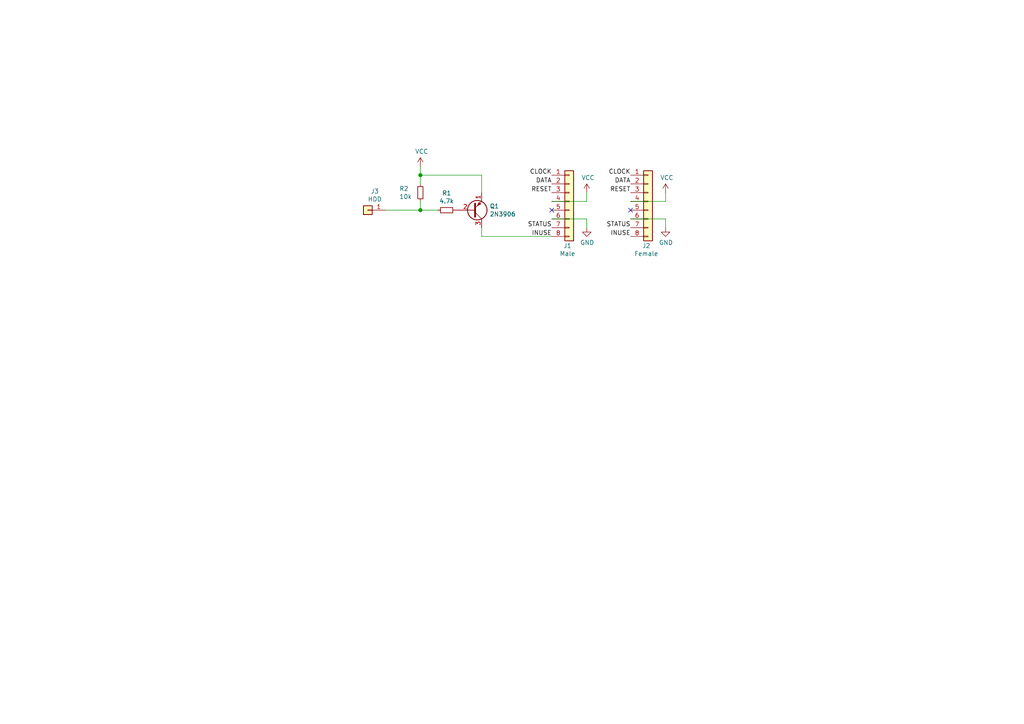
<source format=kicad_sch>
(kicad_sch (version 20201015) (generator eeschema)
  (paper "A4")
  (lib_symbols
    (symbol "Connector_Generic:Conn_01x01" (pin_names (offset 1.016) hide)
      (property "Reference" "J" (at 0 2.54 0))
      (property "Value" "Conn_01x01" (at 0 -2.54 0))
      (symbol "Conn_01x01_1_1"
        (rectangle (start -1.27 0.127) (end 0 -0.127) (stroke (width 0.1524)))
        (rectangle (start -1.27 1.27) (end 1.27 -1.27) (stroke (width 0.254)) (fill (type background)))
        (pin passive line (at -5.08 0 0) (length 3.81) (name "Pin_1") (number "1"))
      )
    )
    (symbol "Connector_Generic:Conn_01x08" (pin_names (offset 1.016) hide)
      (property "Reference" "J" (at 0 10.16 0))
      (property "Value" "Conn_01x08" (at 0 -12.7 0))
      (symbol "Conn_01x08_1_1"
        (rectangle (start -1.27 -4.953) (end 0 -5.207) (stroke (width 0.1524)))
        (rectangle (start -1.27 -7.493) (end 0 -7.747) (stroke (width 0.1524)))
        (rectangle (start -1.27 -10.033) (end 0 -10.287) (stroke (width 0.1524)))
        (rectangle (start -1.27 -2.413) (end 0 -2.667) (stroke (width 0.1524)))
        (rectangle (start -1.27 2.667) (end 0 2.413) (stroke (width 0.1524)))
        (rectangle (start -1.27 5.207) (end 0 4.953) (stroke (width 0.1524)))
        (rectangle (start -1.27 7.747) (end 0 7.493) (stroke (width 0.1524)))
        (rectangle (start -1.27 8.89) (end 1.27 -11.43) (stroke (width 0.254)) (fill (type background)))
        (rectangle (start -1.27 0.127) (end 0 -0.127) (stroke (width 0.1524)))
        (pin passive line (at -5.08 7.62 0) (length 3.81) (name "Pin_1") (number "1"))
        (pin passive line (at -5.08 5.08 0) (length 3.81) (name "Pin_2") (number "2"))
        (pin passive line (at -5.08 2.54 0) (length 3.81) (name "Pin_3") (number "3"))
        (pin passive line (at -5.08 0 0) (length 3.81) (name "Pin_4") (number "4"))
        (pin passive line (at -5.08 -2.54 0) (length 3.81) (name "Pin_5") (number "5"))
        (pin passive line (at -5.08 -5.08 0) (length 3.81) (name "Pin_6") (number "6"))
        (pin passive line (at -5.08 -7.62 0) (length 3.81) (name "Pin_7") (number "7"))
        (pin passive line (at -5.08 -10.16 0) (length 3.81) (name "Pin_8") (number "8"))
      )
    )
    (symbol "Device:R_Small" (pin_numbers hide) (pin_names (offset 0.254) hide)
      (property "Reference" "R" (at 0.762 0.508 0))
      (property "Value" "R_Small" (at 0.762 -1.016 0))
      (symbol "R_Small_0_1"
        (rectangle (start -0.762 1.778) (end 0.762 -1.778) (stroke (width 0.2032)))
      )
      (symbol "R_Small_1_1"
        (pin passive line (at 0 2.54 270) (length 0.762) (name "~") (number "1"))
        (pin passive line (at 0 -2.54 90) (length 0.762) (name "~") (number "2"))
      )
    )
    (symbol "Transistor_BJT:2N3906" (pin_names (offset 0) hide)
      (property "Reference" "Q" (at 5.08 1.905 0))
      (property "Value" "2N3906" (at 5.08 0 0))
      (symbol "2N3906_0_1"
        (circle (center 1.27 0) (radius 2.8194) (stroke (width 0.254)))
        (polyline (pts (xy 0.635 0.635) (xy 2.54 2.54)))
        (polyline (pts (xy 0.635 -0.635) (xy 2.54 -2.54) (xy 2.54 -2.54)))
        (polyline (pts (xy 0.635 1.905) (xy 0.635 -1.905) (xy 0.635 -1.905)) (stroke (width 0.508)))
        (polyline (pts (xy 2.286 -1.778) (xy 1.778 -2.286) (xy 1.27 -1.27) (xy 2.286 -1.778) (xy 2.286 -1.778)) (fill (type outline)))
      )
      (symbol "2N3906_1_1"
        (pin passive line (at 2.54 -5.08 90) (length 2.54) (name "E") (number "1"))
        (pin input line (at -5.08 0 0) (length 5.715) (name "B") (number "2"))
        (pin passive line (at 2.54 5.08 270) (length 2.54) (name "C") (number "3"))
      )
    )
    (symbol "power:GND" (power) (pin_names (offset 0))
      (property "Value" "GND" (at 0 -3.81 0))
      (symbol "GND_0_1"
        (polyline (pts (xy 0 0) (xy 0 -1.27) (xy 1.27 -1.27) (xy 0 -2.54) (xy -1.27 -1.27) (xy 0 -1.27)))
      )
      (symbol "GND_1_1"
        (pin power_in line (at 0 0 270) (length 0) hide (name "GND") (number "1"))
      )
    )
    (symbol "power:VCC" (power) (pin_names (offset 0))
      (property "Value" "VCC" (at 0 3.81 0))
      (symbol "VCC_0_1"
        (polyline (pts (xy -0.762 1.27) (xy 0 2.54)))
        (polyline (pts (xy 0 0) (xy 0 2.54)))
        (polyline (pts (xy 0 2.54) (xy 0.762 1.27)))
      )
      (symbol "VCC_1_1"
        (pin power_in line (at 0 0 90) (length 0) hide (name "VCC") (number "1"))
      )
    )
  )
  (junction (at 121.92 50.8) (diameter 1.016))
  (junction (at 121.92 60.96) (diameter 1.016))
  (no_connect (at 182.88 60.96))
  (no_connect (at 160.02 60.96))
  (wire (pts (xy 111.76 60.96) (xy 121.92 60.96)))
  (wire (pts (xy 121.92 48.26) (xy 121.92 50.8)))
  (wire (pts (xy 121.92 50.8) (xy 121.92 53.34)))
  (wire (pts (xy 121.92 50.8) (xy 139.7 50.8)))
  (wire (pts (xy 121.92 60.96) (xy 121.92 58.42)))
  (wire (pts (xy 121.92 60.96) (xy 127 60.96)))
  (wire (pts (xy 139.7 50.8) (xy 139.7 55.88)))
  (wire (pts (xy 139.7 66.04) (xy 139.7 68.58)))
  (wire (pts (xy 139.7 68.58) (xy 160.02 68.58)))
  (wire (pts (xy 160.02 58.42) (xy 170.18 58.42)))
  (wire (pts (xy 160.02 63.5) (xy 170.18 63.5)))
  (wire (pts (xy 170.18 58.42) (xy 170.18 55.88)))
  (wire (pts (xy 170.18 63.5) (xy 170.18 66.04)))
  (wire (pts (xy 182.88 58.42) (xy 193.04 58.42)))
  (wire (pts (xy 182.88 63.5) (xy 193.04 63.5)))
  (wire (pts (xy 193.04 58.42) (xy 193.04 55.88)))
  (wire (pts (xy 193.04 63.5) (xy 193.04 66.04)))
  (label "CLOCK" (at 160.02 50.8 180))
  (label "DATA" (at 160.02 53.34 180))
  (label "RESET" (at 160.02 55.88 180))
  (label "STATUS" (at 160.02 66.04 180))
  (label "INUSE" (at 160.02 68.58 180))
  (label "CLOCK" (at 182.88 50.8 180))
  (label "DATA" (at 182.88 53.34 180))
  (label "RESET" (at 182.88 55.88 180))
  (label "STATUS" (at 182.88 66.04 180))
  (label "INUSE" (at 182.88 68.58 180))
  (symbol (lib_id "power:VCC") (at 121.92 48.26 0) (unit 1)
    (property "Reference" "#PWR01" (effects hide))
    (property "Value" "VCC" (at 122.2883 43.9356 0))
  )
  (symbol (lib_id "power:VCC") (at 170.18 55.88 0) (unit 1)
    (property "Reference" "#PWR02" (effects hide))
    (property "Value" "VCC" (at 170.5483 51.5556 0))
  )
  (symbol (lib_id "power:VCC") (at 193.04 55.88 0) (unit 1)
    (property "Reference" "#PWR04" (effects hide))
    (property "Value" "VCC" (at 193.4083 51.5556 0))
  )
  (symbol (lib_id "power:GND") (at 170.18 66.04 0) (unit 1)
    (property "Reference" "#PWR03" (effects hide))
    (property "Value" "GND" (at 170.2943 70.3644 0))
  )
  (symbol (lib_id "power:GND") (at 193.04 66.04 0) (unit 1)
    (property "Reference" "#PWR05" (effects hide))
    (property "Value" "GND" (at 193.1543 70.3644 0))
  )
  (symbol (lib_id "Device:R_Small") (at 121.92 55.88 0) (unit 1)
    (property "Reference" "R2" (at 115.7987 54.7306 0) (effects (justify left)))
    (property "Value" "10k" (at 115.7987 57.0293 0) (effects (justify left)))
    (property "Footprint" "Resistor_THT:R_Axial_DIN0207_L6.3mm_D2.5mm_P10.16mm_Horizontal" (effects hide))
  )
  (symbol (lib_id "Device:R_Small") (at 129.54 60.96 90) (unit 1)
    (property "Reference" "R1" (at 129.54 56.0132 90))
    (property "Value" "4.7k" (at 129.54 58.3184 90))
    (property "Footprint" "Resistor_THT:R_Axial_DIN0207_L6.3mm_D2.5mm_P10.16mm_Horizontal" (effects hide))
  )
  (symbol (lib_id "Connector_Generic:Conn_01x01") (at 106.68 60.96 0) (mirror y) (unit 1)
    (property "Reference" "J3" (at 108.712 55.4798 0))
    (property "Value" "HDD" (at 108.712 57.785 0))
    (property "Footprint" "Connector_PinSocket_2.54mm:PinSocket_1x01_P2.54mm_Vertical" (effects hide))
  )
  (symbol (lib_id "Transistor_BJT:2N3906") (at 137.16 60.96 0) (mirror x) (unit 1)
    (property "Reference" "Q1" (at 142.0115 59.8106 0) (effects (justify left)))
    (property "Value" "2N3906" (at 142.0115 62.1093 0) (effects (justify left)))
    (property "Footprint" "Package_TO_SOT_THT:TO-92_Inline" (effects hide))
    (property "Datasheet" "https://www.onsemi.com/pub/Collateral/2N3906-D.PDF" (effects hide))
  )
  (symbol (lib_id "Connector_Generic:Conn_01x08") (at 165.1 58.42 0) (unit 1)
    (property "Reference" "J1" (at 164.5921 71.2914 0))
    (property "Value" "Male" (at 164.592 73.5838 0))
    (property "Footprint" "Connector_PinSocket_2.54mm:PinSocket_1x08_P2.54mm_Vertical" (effects hide))
  )
  (symbol (lib_id "Connector_Generic:Conn_01x08") (at 187.96 58.42 0) (unit 1)
    (property "Reference" "J2" (at 187.4521 71.2914 0))
    (property "Value" "Female" (at 187.452 73.5838 0))
    (property "Footprint" "Connector_PinSocket_2.54mm:PinSocket_1x08_P2.54mm_Vertical" (effects hide))
  )
)
</source>
